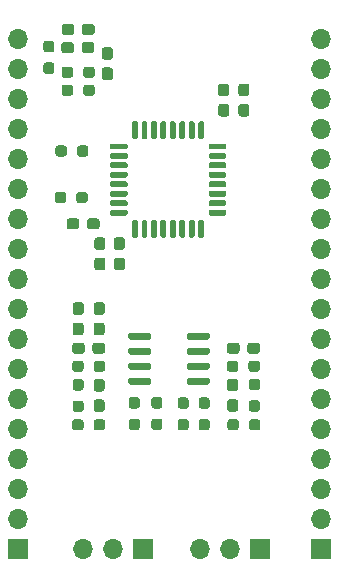
<source format=gbr>
%TF.GenerationSoftware,KiCad,Pcbnew,5.1.8*%
%TF.CreationDate,2020-12-03T14:21:02+03:00*%
%TF.ProjectId,pss_mcu_pcb,7073735f-6d63-4755-9f70-63622e6b6963,rev?*%
%TF.SameCoordinates,Original*%
%TF.FileFunction,Soldermask,Bot*%
%TF.FilePolarity,Negative*%
%FSLAX46Y46*%
G04 Gerber Fmt 4.6, Leading zero omitted, Abs format (unit mm)*
G04 Created by KiCad (PCBNEW 5.1.8) date 2020-12-03 14:21:02*
%MOMM*%
%LPD*%
G01*
G04 APERTURE LIST*
%ADD10O,1.700000X1.700000*%
%ADD11R,1.700000X1.700000*%
G04 APERTURE END LIST*
%TO.C,U3*%
G36*
G01*
X162913000Y-78101000D02*
X162913000Y-78351000D01*
G75*
G02*
X162788000Y-78476000I-125000J0D01*
G01*
X161538000Y-78476000D01*
G75*
G02*
X161413000Y-78351000I0J125000D01*
G01*
X161413000Y-78101000D01*
G75*
G02*
X161538000Y-77976000I125000J0D01*
G01*
X162788000Y-77976000D01*
G75*
G02*
X162913000Y-78101000I0J-125000D01*
G01*
G37*
G36*
G01*
X162913000Y-78901000D02*
X162913000Y-79151000D01*
G75*
G02*
X162788000Y-79276000I-125000J0D01*
G01*
X161538000Y-79276000D01*
G75*
G02*
X161413000Y-79151000I0J125000D01*
G01*
X161413000Y-78901000D01*
G75*
G02*
X161538000Y-78776000I125000J0D01*
G01*
X162788000Y-78776000D01*
G75*
G02*
X162913000Y-78901000I0J-125000D01*
G01*
G37*
G36*
G01*
X162913000Y-79701000D02*
X162913000Y-79951000D01*
G75*
G02*
X162788000Y-80076000I-125000J0D01*
G01*
X161538000Y-80076000D01*
G75*
G02*
X161413000Y-79951000I0J125000D01*
G01*
X161413000Y-79701000D01*
G75*
G02*
X161538000Y-79576000I125000J0D01*
G01*
X162788000Y-79576000D01*
G75*
G02*
X162913000Y-79701000I0J-125000D01*
G01*
G37*
G36*
G01*
X162913000Y-80501000D02*
X162913000Y-80751000D01*
G75*
G02*
X162788000Y-80876000I-125000J0D01*
G01*
X161538000Y-80876000D01*
G75*
G02*
X161413000Y-80751000I0J125000D01*
G01*
X161413000Y-80501000D01*
G75*
G02*
X161538000Y-80376000I125000J0D01*
G01*
X162788000Y-80376000D01*
G75*
G02*
X162913000Y-80501000I0J-125000D01*
G01*
G37*
G36*
G01*
X162913000Y-81301000D02*
X162913000Y-81551000D01*
G75*
G02*
X162788000Y-81676000I-125000J0D01*
G01*
X161538000Y-81676000D01*
G75*
G02*
X161413000Y-81551000I0J125000D01*
G01*
X161413000Y-81301000D01*
G75*
G02*
X161538000Y-81176000I125000J0D01*
G01*
X162788000Y-81176000D01*
G75*
G02*
X162913000Y-81301000I0J-125000D01*
G01*
G37*
G36*
G01*
X162913000Y-82101000D02*
X162913000Y-82351000D01*
G75*
G02*
X162788000Y-82476000I-125000J0D01*
G01*
X161538000Y-82476000D01*
G75*
G02*
X161413000Y-82351000I0J125000D01*
G01*
X161413000Y-82101000D01*
G75*
G02*
X161538000Y-81976000I125000J0D01*
G01*
X162788000Y-81976000D01*
G75*
G02*
X162913000Y-82101000I0J-125000D01*
G01*
G37*
G36*
G01*
X162913000Y-82901000D02*
X162913000Y-83151000D01*
G75*
G02*
X162788000Y-83276000I-125000J0D01*
G01*
X161538000Y-83276000D01*
G75*
G02*
X161413000Y-83151000I0J125000D01*
G01*
X161413000Y-82901000D01*
G75*
G02*
X161538000Y-82776000I125000J0D01*
G01*
X162788000Y-82776000D01*
G75*
G02*
X162913000Y-82901000I0J-125000D01*
G01*
G37*
G36*
G01*
X162913000Y-83701000D02*
X162913000Y-83951000D01*
G75*
G02*
X162788000Y-84076000I-125000J0D01*
G01*
X161538000Y-84076000D01*
G75*
G02*
X161413000Y-83951000I0J125000D01*
G01*
X161413000Y-83701000D01*
G75*
G02*
X161538000Y-83576000I125000J0D01*
G01*
X162788000Y-83576000D01*
G75*
G02*
X162913000Y-83701000I0J-125000D01*
G01*
G37*
G36*
G01*
X161038000Y-84576000D02*
X161038000Y-85826000D01*
G75*
G02*
X160913000Y-85951000I-125000J0D01*
G01*
X160663000Y-85951000D01*
G75*
G02*
X160538000Y-85826000I0J125000D01*
G01*
X160538000Y-84576000D01*
G75*
G02*
X160663000Y-84451000I125000J0D01*
G01*
X160913000Y-84451000D01*
G75*
G02*
X161038000Y-84576000I0J-125000D01*
G01*
G37*
G36*
G01*
X160238000Y-84576000D02*
X160238000Y-85826000D01*
G75*
G02*
X160113000Y-85951000I-125000J0D01*
G01*
X159863000Y-85951000D01*
G75*
G02*
X159738000Y-85826000I0J125000D01*
G01*
X159738000Y-84576000D01*
G75*
G02*
X159863000Y-84451000I125000J0D01*
G01*
X160113000Y-84451000D01*
G75*
G02*
X160238000Y-84576000I0J-125000D01*
G01*
G37*
G36*
G01*
X159438000Y-84576000D02*
X159438000Y-85826000D01*
G75*
G02*
X159313000Y-85951000I-125000J0D01*
G01*
X159063000Y-85951000D01*
G75*
G02*
X158938000Y-85826000I0J125000D01*
G01*
X158938000Y-84576000D01*
G75*
G02*
X159063000Y-84451000I125000J0D01*
G01*
X159313000Y-84451000D01*
G75*
G02*
X159438000Y-84576000I0J-125000D01*
G01*
G37*
G36*
G01*
X158638000Y-84576000D02*
X158638000Y-85826000D01*
G75*
G02*
X158513000Y-85951000I-125000J0D01*
G01*
X158263000Y-85951000D01*
G75*
G02*
X158138000Y-85826000I0J125000D01*
G01*
X158138000Y-84576000D01*
G75*
G02*
X158263000Y-84451000I125000J0D01*
G01*
X158513000Y-84451000D01*
G75*
G02*
X158638000Y-84576000I0J-125000D01*
G01*
G37*
G36*
G01*
X157838000Y-84576000D02*
X157838000Y-85826000D01*
G75*
G02*
X157713000Y-85951000I-125000J0D01*
G01*
X157463000Y-85951000D01*
G75*
G02*
X157338000Y-85826000I0J125000D01*
G01*
X157338000Y-84576000D01*
G75*
G02*
X157463000Y-84451000I125000J0D01*
G01*
X157713000Y-84451000D01*
G75*
G02*
X157838000Y-84576000I0J-125000D01*
G01*
G37*
G36*
G01*
X157038000Y-84576000D02*
X157038000Y-85826000D01*
G75*
G02*
X156913000Y-85951000I-125000J0D01*
G01*
X156663000Y-85951000D01*
G75*
G02*
X156538000Y-85826000I0J125000D01*
G01*
X156538000Y-84576000D01*
G75*
G02*
X156663000Y-84451000I125000J0D01*
G01*
X156913000Y-84451000D01*
G75*
G02*
X157038000Y-84576000I0J-125000D01*
G01*
G37*
G36*
G01*
X156238000Y-84576000D02*
X156238000Y-85826000D01*
G75*
G02*
X156113000Y-85951000I-125000J0D01*
G01*
X155863000Y-85951000D01*
G75*
G02*
X155738000Y-85826000I0J125000D01*
G01*
X155738000Y-84576000D01*
G75*
G02*
X155863000Y-84451000I125000J0D01*
G01*
X156113000Y-84451000D01*
G75*
G02*
X156238000Y-84576000I0J-125000D01*
G01*
G37*
G36*
G01*
X155438000Y-84576000D02*
X155438000Y-85826000D01*
G75*
G02*
X155313000Y-85951000I-125000J0D01*
G01*
X155063000Y-85951000D01*
G75*
G02*
X154938000Y-85826000I0J125000D01*
G01*
X154938000Y-84576000D01*
G75*
G02*
X155063000Y-84451000I125000J0D01*
G01*
X155313000Y-84451000D01*
G75*
G02*
X155438000Y-84576000I0J-125000D01*
G01*
G37*
G36*
G01*
X154563000Y-83701000D02*
X154563000Y-83951000D01*
G75*
G02*
X154438000Y-84076000I-125000J0D01*
G01*
X153188000Y-84076000D01*
G75*
G02*
X153063000Y-83951000I0J125000D01*
G01*
X153063000Y-83701000D01*
G75*
G02*
X153188000Y-83576000I125000J0D01*
G01*
X154438000Y-83576000D01*
G75*
G02*
X154563000Y-83701000I0J-125000D01*
G01*
G37*
G36*
G01*
X154563000Y-82901000D02*
X154563000Y-83151000D01*
G75*
G02*
X154438000Y-83276000I-125000J0D01*
G01*
X153188000Y-83276000D01*
G75*
G02*
X153063000Y-83151000I0J125000D01*
G01*
X153063000Y-82901000D01*
G75*
G02*
X153188000Y-82776000I125000J0D01*
G01*
X154438000Y-82776000D01*
G75*
G02*
X154563000Y-82901000I0J-125000D01*
G01*
G37*
G36*
G01*
X154563000Y-82101000D02*
X154563000Y-82351000D01*
G75*
G02*
X154438000Y-82476000I-125000J0D01*
G01*
X153188000Y-82476000D01*
G75*
G02*
X153063000Y-82351000I0J125000D01*
G01*
X153063000Y-82101000D01*
G75*
G02*
X153188000Y-81976000I125000J0D01*
G01*
X154438000Y-81976000D01*
G75*
G02*
X154563000Y-82101000I0J-125000D01*
G01*
G37*
G36*
G01*
X154563000Y-81301000D02*
X154563000Y-81551000D01*
G75*
G02*
X154438000Y-81676000I-125000J0D01*
G01*
X153188000Y-81676000D01*
G75*
G02*
X153063000Y-81551000I0J125000D01*
G01*
X153063000Y-81301000D01*
G75*
G02*
X153188000Y-81176000I125000J0D01*
G01*
X154438000Y-81176000D01*
G75*
G02*
X154563000Y-81301000I0J-125000D01*
G01*
G37*
G36*
G01*
X154563000Y-80501000D02*
X154563000Y-80751000D01*
G75*
G02*
X154438000Y-80876000I-125000J0D01*
G01*
X153188000Y-80876000D01*
G75*
G02*
X153063000Y-80751000I0J125000D01*
G01*
X153063000Y-80501000D01*
G75*
G02*
X153188000Y-80376000I125000J0D01*
G01*
X154438000Y-80376000D01*
G75*
G02*
X154563000Y-80501000I0J-125000D01*
G01*
G37*
G36*
G01*
X154563000Y-79701000D02*
X154563000Y-79951000D01*
G75*
G02*
X154438000Y-80076000I-125000J0D01*
G01*
X153188000Y-80076000D01*
G75*
G02*
X153063000Y-79951000I0J125000D01*
G01*
X153063000Y-79701000D01*
G75*
G02*
X153188000Y-79576000I125000J0D01*
G01*
X154438000Y-79576000D01*
G75*
G02*
X154563000Y-79701000I0J-125000D01*
G01*
G37*
G36*
G01*
X154563000Y-78901000D02*
X154563000Y-79151000D01*
G75*
G02*
X154438000Y-79276000I-125000J0D01*
G01*
X153188000Y-79276000D01*
G75*
G02*
X153063000Y-79151000I0J125000D01*
G01*
X153063000Y-78901000D01*
G75*
G02*
X153188000Y-78776000I125000J0D01*
G01*
X154438000Y-78776000D01*
G75*
G02*
X154563000Y-78901000I0J-125000D01*
G01*
G37*
G36*
G01*
X154563000Y-78101000D02*
X154563000Y-78351000D01*
G75*
G02*
X154438000Y-78476000I-125000J0D01*
G01*
X153188000Y-78476000D01*
G75*
G02*
X153063000Y-78351000I0J125000D01*
G01*
X153063000Y-78101000D01*
G75*
G02*
X153188000Y-77976000I125000J0D01*
G01*
X154438000Y-77976000D01*
G75*
G02*
X154563000Y-78101000I0J-125000D01*
G01*
G37*
G36*
G01*
X155438000Y-76226000D02*
X155438000Y-77476000D01*
G75*
G02*
X155313000Y-77601000I-125000J0D01*
G01*
X155063000Y-77601000D01*
G75*
G02*
X154938000Y-77476000I0J125000D01*
G01*
X154938000Y-76226000D01*
G75*
G02*
X155063000Y-76101000I125000J0D01*
G01*
X155313000Y-76101000D01*
G75*
G02*
X155438000Y-76226000I0J-125000D01*
G01*
G37*
G36*
G01*
X156238000Y-76226000D02*
X156238000Y-77476000D01*
G75*
G02*
X156113000Y-77601000I-125000J0D01*
G01*
X155863000Y-77601000D01*
G75*
G02*
X155738000Y-77476000I0J125000D01*
G01*
X155738000Y-76226000D01*
G75*
G02*
X155863000Y-76101000I125000J0D01*
G01*
X156113000Y-76101000D01*
G75*
G02*
X156238000Y-76226000I0J-125000D01*
G01*
G37*
G36*
G01*
X157038000Y-76226000D02*
X157038000Y-77476000D01*
G75*
G02*
X156913000Y-77601000I-125000J0D01*
G01*
X156663000Y-77601000D01*
G75*
G02*
X156538000Y-77476000I0J125000D01*
G01*
X156538000Y-76226000D01*
G75*
G02*
X156663000Y-76101000I125000J0D01*
G01*
X156913000Y-76101000D01*
G75*
G02*
X157038000Y-76226000I0J-125000D01*
G01*
G37*
G36*
G01*
X157838000Y-76226000D02*
X157838000Y-77476000D01*
G75*
G02*
X157713000Y-77601000I-125000J0D01*
G01*
X157463000Y-77601000D01*
G75*
G02*
X157338000Y-77476000I0J125000D01*
G01*
X157338000Y-76226000D01*
G75*
G02*
X157463000Y-76101000I125000J0D01*
G01*
X157713000Y-76101000D01*
G75*
G02*
X157838000Y-76226000I0J-125000D01*
G01*
G37*
G36*
G01*
X158638000Y-76226000D02*
X158638000Y-77476000D01*
G75*
G02*
X158513000Y-77601000I-125000J0D01*
G01*
X158263000Y-77601000D01*
G75*
G02*
X158138000Y-77476000I0J125000D01*
G01*
X158138000Y-76226000D01*
G75*
G02*
X158263000Y-76101000I125000J0D01*
G01*
X158513000Y-76101000D01*
G75*
G02*
X158638000Y-76226000I0J-125000D01*
G01*
G37*
G36*
G01*
X159438000Y-76226000D02*
X159438000Y-77476000D01*
G75*
G02*
X159313000Y-77601000I-125000J0D01*
G01*
X159063000Y-77601000D01*
G75*
G02*
X158938000Y-77476000I0J125000D01*
G01*
X158938000Y-76226000D01*
G75*
G02*
X159063000Y-76101000I125000J0D01*
G01*
X159313000Y-76101000D01*
G75*
G02*
X159438000Y-76226000I0J-125000D01*
G01*
G37*
G36*
G01*
X160238000Y-76226000D02*
X160238000Y-77476000D01*
G75*
G02*
X160113000Y-77601000I-125000J0D01*
G01*
X159863000Y-77601000D01*
G75*
G02*
X159738000Y-77476000I0J125000D01*
G01*
X159738000Y-76226000D01*
G75*
G02*
X159863000Y-76101000I125000J0D01*
G01*
X160113000Y-76101000D01*
G75*
G02*
X160238000Y-76226000I0J-125000D01*
G01*
G37*
G36*
G01*
X161038000Y-76226000D02*
X161038000Y-77476000D01*
G75*
G02*
X160913000Y-77601000I-125000J0D01*
G01*
X160663000Y-77601000D01*
G75*
G02*
X160538000Y-77476000I0J125000D01*
G01*
X160538000Y-76226000D01*
G75*
G02*
X160663000Y-76101000I125000J0D01*
G01*
X160913000Y-76101000D01*
G75*
G02*
X161038000Y-76226000I0J-125000D01*
G01*
G37*
%TD*%
D10*
%TO.C,J3*%
X170942000Y-69088000D03*
X170942000Y-71628000D03*
X170942000Y-74168000D03*
X170942000Y-76708000D03*
X170942000Y-79248000D03*
X170942000Y-81788000D03*
X170942000Y-84328000D03*
X170942000Y-86868000D03*
X170942000Y-89408000D03*
X170942000Y-91948000D03*
X170942000Y-94488000D03*
X170942000Y-97028000D03*
X170942000Y-99568000D03*
X170942000Y-102108000D03*
X170942000Y-104648000D03*
X170942000Y-107188000D03*
X170942000Y-109728000D03*
D11*
X170942000Y-112268000D03*
%TD*%
%TO.C,C2*%
G36*
G01*
X162924500Y-75695000D02*
X162449500Y-75695000D01*
G75*
G02*
X162212000Y-75457500I0J237500D01*
G01*
X162212000Y-74857500D01*
G75*
G02*
X162449500Y-74620000I237500J0D01*
G01*
X162924500Y-74620000D01*
G75*
G02*
X163162000Y-74857500I0J-237500D01*
G01*
X163162000Y-75457500D01*
G75*
G02*
X162924500Y-75695000I-237500J0D01*
G01*
G37*
G36*
G01*
X162924500Y-73970000D02*
X162449500Y-73970000D01*
G75*
G02*
X162212000Y-73732500I0J237500D01*
G01*
X162212000Y-73132500D01*
G75*
G02*
X162449500Y-72895000I237500J0D01*
G01*
X162924500Y-72895000D01*
G75*
G02*
X163162000Y-73132500I0J-237500D01*
G01*
X163162000Y-73732500D01*
G75*
G02*
X162924500Y-73970000I-237500J0D01*
G01*
G37*
%TD*%
%TO.C,C3*%
G36*
G01*
X148968000Y-68563500D02*
X148968000Y-68088500D01*
G75*
G02*
X149205500Y-67851000I237500J0D01*
G01*
X149805500Y-67851000D01*
G75*
G02*
X150043000Y-68088500I0J-237500D01*
G01*
X150043000Y-68563500D01*
G75*
G02*
X149805500Y-68801000I-237500J0D01*
G01*
X149205500Y-68801000D01*
G75*
G02*
X148968000Y-68563500I0J237500D01*
G01*
G37*
G36*
G01*
X150693000Y-68563500D02*
X150693000Y-68088500D01*
G75*
G02*
X150930500Y-67851000I237500J0D01*
G01*
X151530500Y-67851000D01*
G75*
G02*
X151768000Y-68088500I0J-237500D01*
G01*
X151768000Y-68563500D01*
G75*
G02*
X151530500Y-68801000I-237500J0D01*
G01*
X150930500Y-68801000D01*
G75*
G02*
X150693000Y-68563500I0J237500D01*
G01*
G37*
%TD*%
%TO.C,C4*%
G36*
G01*
X164639000Y-73970000D02*
X164164000Y-73970000D01*
G75*
G02*
X163926500Y-73732500I0J237500D01*
G01*
X163926500Y-73132500D01*
G75*
G02*
X164164000Y-72895000I237500J0D01*
G01*
X164639000Y-72895000D01*
G75*
G02*
X164876500Y-73132500I0J-237500D01*
G01*
X164876500Y-73732500D01*
G75*
G02*
X164639000Y-73970000I-237500J0D01*
G01*
G37*
G36*
G01*
X164639000Y-75695000D02*
X164164000Y-75695000D01*
G75*
G02*
X163926500Y-75457500I0J237500D01*
G01*
X163926500Y-74857500D01*
G75*
G02*
X164164000Y-74620000I237500J0D01*
G01*
X164639000Y-74620000D01*
G75*
G02*
X164876500Y-74857500I0J-237500D01*
G01*
X164876500Y-75457500D01*
G75*
G02*
X164639000Y-75695000I-237500J0D01*
G01*
G37*
%TD*%
%TO.C,C5*%
G36*
G01*
X148941500Y-70087500D02*
X148941500Y-69612500D01*
G75*
G02*
X149179000Y-69375000I237500J0D01*
G01*
X149779000Y-69375000D01*
G75*
G02*
X150016500Y-69612500I0J-237500D01*
G01*
X150016500Y-70087500D01*
G75*
G02*
X149779000Y-70325000I-237500J0D01*
G01*
X149179000Y-70325000D01*
G75*
G02*
X148941500Y-70087500I0J237500D01*
G01*
G37*
G36*
G01*
X150666500Y-70087500D02*
X150666500Y-69612500D01*
G75*
G02*
X150904000Y-69375000I237500J0D01*
G01*
X151504000Y-69375000D01*
G75*
G02*
X151741500Y-69612500I0J-237500D01*
G01*
X151741500Y-70087500D01*
G75*
G02*
X151504000Y-70325000I-237500J0D01*
G01*
X150904000Y-70325000D01*
G75*
G02*
X150666500Y-70087500I0J237500D01*
G01*
G37*
%TD*%
%TO.C,C7*%
G36*
G01*
X152383500Y-92485500D02*
X151908500Y-92485500D01*
G75*
G02*
X151671000Y-92248000I0J237500D01*
G01*
X151671000Y-91648000D01*
G75*
G02*
X151908500Y-91410500I237500J0D01*
G01*
X152383500Y-91410500D01*
G75*
G02*
X152621000Y-91648000I0J-237500D01*
G01*
X152621000Y-92248000D01*
G75*
G02*
X152383500Y-92485500I-237500J0D01*
G01*
G37*
G36*
G01*
X152383500Y-94210500D02*
X151908500Y-94210500D01*
G75*
G02*
X151671000Y-93973000I0J237500D01*
G01*
X151671000Y-93373000D01*
G75*
G02*
X151908500Y-93135500I237500J0D01*
G01*
X152383500Y-93135500D01*
G75*
G02*
X152621000Y-93373000I0J-237500D01*
G01*
X152621000Y-93973000D01*
G75*
G02*
X152383500Y-94210500I-237500J0D01*
G01*
G37*
%TD*%
%TO.C,C9*%
G36*
G01*
X151972000Y-87637500D02*
X152447000Y-87637500D01*
G75*
G02*
X152684500Y-87875000I0J-237500D01*
G01*
X152684500Y-88475000D01*
G75*
G02*
X152447000Y-88712500I-237500J0D01*
G01*
X151972000Y-88712500D01*
G75*
G02*
X151734500Y-88475000I0J237500D01*
G01*
X151734500Y-87875000D01*
G75*
G02*
X151972000Y-87637500I237500J0D01*
G01*
G37*
G36*
G01*
X151972000Y-85912500D02*
X152447000Y-85912500D01*
G75*
G02*
X152684500Y-86150000I0J-237500D01*
G01*
X152684500Y-86750000D01*
G75*
G02*
X152447000Y-86987500I-237500J0D01*
G01*
X151972000Y-86987500D01*
G75*
G02*
X151734500Y-86750000I0J237500D01*
G01*
X151734500Y-86150000D01*
G75*
G02*
X151972000Y-85912500I237500J0D01*
G01*
G37*
%TD*%
%TO.C,C10*%
G36*
G01*
X163686500Y-100687500D02*
X163211500Y-100687500D01*
G75*
G02*
X162974000Y-100450000I0J237500D01*
G01*
X162974000Y-99850000D01*
G75*
G02*
X163211500Y-99612500I237500J0D01*
G01*
X163686500Y-99612500D01*
G75*
G02*
X163924000Y-99850000I0J-237500D01*
G01*
X163924000Y-100450000D01*
G75*
G02*
X163686500Y-100687500I-237500J0D01*
G01*
G37*
G36*
G01*
X163686500Y-98962500D02*
X163211500Y-98962500D01*
G75*
G02*
X162974000Y-98725000I0J237500D01*
G01*
X162974000Y-98125000D01*
G75*
G02*
X163211500Y-97887500I237500J0D01*
G01*
X163686500Y-97887500D01*
G75*
G02*
X163924000Y-98125000I0J-237500D01*
G01*
X163924000Y-98725000D01*
G75*
G02*
X163686500Y-98962500I-237500J0D01*
G01*
G37*
%TD*%
%TO.C,C11*%
G36*
G01*
X152383500Y-98989000D02*
X151908500Y-98989000D01*
G75*
G02*
X151671000Y-98751500I0J237500D01*
G01*
X151671000Y-98151500D01*
G75*
G02*
X151908500Y-97914000I237500J0D01*
G01*
X152383500Y-97914000D01*
G75*
G02*
X152621000Y-98151500I0J-237500D01*
G01*
X152621000Y-98751500D01*
G75*
G02*
X152383500Y-98989000I-237500J0D01*
G01*
G37*
G36*
G01*
X152383500Y-100714000D02*
X151908500Y-100714000D01*
G75*
G02*
X151671000Y-100476500I0J237500D01*
G01*
X151671000Y-99876500D01*
G75*
G02*
X151908500Y-99639000I237500J0D01*
G01*
X152383500Y-99639000D01*
G75*
G02*
X152621000Y-99876500I0J-237500D01*
G01*
X152621000Y-100476500D01*
G75*
G02*
X152383500Y-100714000I-237500J0D01*
G01*
G37*
%TD*%
%TO.C,C12*%
G36*
G01*
X150461000Y-84535000D02*
X150461000Y-85010000D01*
G75*
G02*
X150223500Y-85247500I-237500J0D01*
G01*
X149623500Y-85247500D01*
G75*
G02*
X149386000Y-85010000I0J237500D01*
G01*
X149386000Y-84535000D01*
G75*
G02*
X149623500Y-84297500I237500J0D01*
G01*
X150223500Y-84297500D01*
G75*
G02*
X150461000Y-84535000I0J-237500D01*
G01*
G37*
G36*
G01*
X152186000Y-84535000D02*
X152186000Y-85010000D01*
G75*
G02*
X151948500Y-85247500I-237500J0D01*
G01*
X151348500Y-85247500D01*
G75*
G02*
X151111000Y-85010000I0J237500D01*
G01*
X151111000Y-84535000D01*
G75*
G02*
X151348500Y-84297500I237500J0D01*
G01*
X151948500Y-84297500D01*
G75*
G02*
X152186000Y-84535000I0J-237500D01*
G01*
G37*
%TD*%
%TO.C,C13*%
G36*
G01*
X150605500Y-92485500D02*
X150130500Y-92485500D01*
G75*
G02*
X149893000Y-92248000I0J237500D01*
G01*
X149893000Y-91648000D01*
G75*
G02*
X150130500Y-91410500I237500J0D01*
G01*
X150605500Y-91410500D01*
G75*
G02*
X150843000Y-91648000I0J-237500D01*
G01*
X150843000Y-92248000D01*
G75*
G02*
X150605500Y-92485500I-237500J0D01*
G01*
G37*
G36*
G01*
X150605500Y-94210500D02*
X150130500Y-94210500D01*
G75*
G02*
X149893000Y-93973000I0J237500D01*
G01*
X149893000Y-93373000D01*
G75*
G02*
X150130500Y-93135500I237500J0D01*
G01*
X150605500Y-93135500D01*
G75*
G02*
X150843000Y-93373000I0J-237500D01*
G01*
X150843000Y-93973000D01*
G75*
G02*
X150605500Y-94210500I-237500J0D01*
G01*
G37*
%TD*%
%TO.C,C14*%
G36*
G01*
X153623000Y-85912500D02*
X154098000Y-85912500D01*
G75*
G02*
X154335500Y-86150000I0J-237500D01*
G01*
X154335500Y-86750000D01*
G75*
G02*
X154098000Y-86987500I-237500J0D01*
G01*
X153623000Y-86987500D01*
G75*
G02*
X153385500Y-86750000I0J237500D01*
G01*
X153385500Y-86150000D01*
G75*
G02*
X153623000Y-85912500I237500J0D01*
G01*
G37*
G36*
G01*
X153623000Y-87637500D02*
X154098000Y-87637500D01*
G75*
G02*
X154335500Y-87875000I0J-237500D01*
G01*
X154335500Y-88475000D01*
G75*
G02*
X154098000Y-88712500I-237500J0D01*
G01*
X153623000Y-88712500D01*
G75*
G02*
X153385500Y-88475000I0J237500D01*
G01*
X153385500Y-87875000D01*
G75*
G02*
X153623000Y-87637500I237500J0D01*
G01*
G37*
%TD*%
%TO.C,C15*%
G36*
G01*
X164039500Y-95076000D02*
X164039500Y-95551000D01*
G75*
G02*
X163802000Y-95788500I-237500J0D01*
G01*
X163202000Y-95788500D01*
G75*
G02*
X162964500Y-95551000I0J237500D01*
G01*
X162964500Y-95076000D01*
G75*
G02*
X163202000Y-94838500I237500J0D01*
G01*
X163802000Y-94838500D01*
G75*
G02*
X164039500Y-95076000I0J-237500D01*
G01*
G37*
G36*
G01*
X165764500Y-95076000D02*
X165764500Y-95551000D01*
G75*
G02*
X165527000Y-95788500I-237500J0D01*
G01*
X164927000Y-95788500D01*
G75*
G02*
X164689500Y-95551000I0J237500D01*
G01*
X164689500Y-95076000D01*
G75*
G02*
X164927000Y-94838500I237500J0D01*
G01*
X165527000Y-94838500D01*
G75*
G02*
X165764500Y-95076000I0J-237500D01*
G01*
G37*
%TD*%
%TO.C,C16*%
G36*
G01*
X152657000Y-95076000D02*
X152657000Y-95551000D01*
G75*
G02*
X152419500Y-95788500I-237500J0D01*
G01*
X151819500Y-95788500D01*
G75*
G02*
X151582000Y-95551000I0J237500D01*
G01*
X151582000Y-95076000D01*
G75*
G02*
X151819500Y-94838500I237500J0D01*
G01*
X152419500Y-94838500D01*
G75*
G02*
X152657000Y-95076000I0J-237500D01*
G01*
G37*
G36*
G01*
X150932000Y-95076000D02*
X150932000Y-95551000D01*
G75*
G02*
X150694500Y-95788500I-237500J0D01*
G01*
X150094500Y-95788500D01*
G75*
G02*
X149857000Y-95551000I0J237500D01*
G01*
X149857000Y-95076000D01*
G75*
G02*
X150094500Y-94838500I237500J0D01*
G01*
X150694500Y-94838500D01*
G75*
G02*
X150932000Y-95076000I0J-237500D01*
G01*
G37*
%TD*%
%TO.C,C17*%
G36*
G01*
X153082000Y-72610000D02*
X152607000Y-72610000D01*
G75*
G02*
X152369500Y-72372500I0J237500D01*
G01*
X152369500Y-71772500D01*
G75*
G02*
X152607000Y-71535000I237500J0D01*
G01*
X153082000Y-71535000D01*
G75*
G02*
X153319500Y-71772500I0J-237500D01*
G01*
X153319500Y-72372500D01*
G75*
G02*
X153082000Y-72610000I-237500J0D01*
G01*
G37*
G36*
G01*
X153082000Y-70885000D02*
X152607000Y-70885000D01*
G75*
G02*
X152369500Y-70647500I0J237500D01*
G01*
X152369500Y-70047500D01*
G75*
G02*
X152607000Y-69810000I237500J0D01*
G01*
X153082000Y-69810000D01*
G75*
G02*
X153319500Y-70047500I0J-237500D01*
G01*
X153319500Y-70647500D01*
G75*
G02*
X153082000Y-70885000I-237500J0D01*
G01*
G37*
%TD*%
D10*
%TO.C,J1*%
X150812500Y-112331500D03*
X153352500Y-112331500D03*
D11*
X155892500Y-112331500D03*
%TD*%
%TO.C,J2*%
X165798500Y-112331500D03*
D10*
X163258500Y-112331500D03*
X160718500Y-112331500D03*
%TD*%
D11*
%TO.C,J4*%
X145288000Y-112268000D03*
D10*
X145288000Y-109728000D03*
X145288000Y-107188000D03*
X145288000Y-104648000D03*
X145288000Y-102108000D03*
X145288000Y-99568000D03*
X145288000Y-97028000D03*
X145288000Y-94488000D03*
X145288000Y-91948000D03*
X145288000Y-89408000D03*
X145288000Y-86868000D03*
X145288000Y-84328000D03*
X145288000Y-81788000D03*
X145288000Y-79248000D03*
X145288000Y-76708000D03*
X145288000Y-74168000D03*
X145288000Y-71628000D03*
X145288000Y-69088000D03*
%TD*%
%TO.C,R1*%
G36*
G01*
X159495500Y-102261500D02*
X159020500Y-102261500D01*
G75*
G02*
X158783000Y-102024000I0J237500D01*
G01*
X158783000Y-101524000D01*
G75*
G02*
X159020500Y-101286500I237500J0D01*
G01*
X159495500Y-101286500D01*
G75*
G02*
X159733000Y-101524000I0J-237500D01*
G01*
X159733000Y-102024000D01*
G75*
G02*
X159495500Y-102261500I-237500J0D01*
G01*
G37*
G36*
G01*
X159495500Y-100436500D02*
X159020500Y-100436500D01*
G75*
G02*
X158783000Y-100199000I0J237500D01*
G01*
X158783000Y-99699000D01*
G75*
G02*
X159020500Y-99461500I237500J0D01*
G01*
X159495500Y-99461500D01*
G75*
G02*
X159733000Y-99699000I0J-237500D01*
G01*
X159733000Y-100199000D01*
G75*
G02*
X159495500Y-100436500I-237500J0D01*
G01*
G37*
%TD*%
%TO.C,R2*%
G36*
G01*
X157273000Y-102238000D02*
X156798000Y-102238000D01*
G75*
G02*
X156560500Y-102000500I0J237500D01*
G01*
X156560500Y-101500500D01*
G75*
G02*
X156798000Y-101263000I237500J0D01*
G01*
X157273000Y-101263000D01*
G75*
G02*
X157510500Y-101500500I0J-237500D01*
G01*
X157510500Y-102000500D01*
G75*
G02*
X157273000Y-102238000I-237500J0D01*
G01*
G37*
G36*
G01*
X157273000Y-100413000D02*
X156798000Y-100413000D01*
G75*
G02*
X156560500Y-100175500I0J237500D01*
G01*
X156560500Y-99675500D01*
G75*
G02*
X156798000Y-99438000I237500J0D01*
G01*
X157273000Y-99438000D01*
G75*
G02*
X157510500Y-99675500I0J-237500D01*
G01*
X157510500Y-100175500D01*
G75*
G02*
X157273000Y-100413000I-237500J0D01*
G01*
G37*
%TD*%
%TO.C,R3*%
G36*
G01*
X160798500Y-101286500D02*
X161273500Y-101286500D01*
G75*
G02*
X161511000Y-101524000I0J-237500D01*
G01*
X161511000Y-102024000D01*
G75*
G02*
X161273500Y-102261500I-237500J0D01*
G01*
X160798500Y-102261500D01*
G75*
G02*
X160561000Y-102024000I0J237500D01*
G01*
X160561000Y-101524000D01*
G75*
G02*
X160798500Y-101286500I237500J0D01*
G01*
G37*
G36*
G01*
X160798500Y-99461500D02*
X161273500Y-99461500D01*
G75*
G02*
X161511000Y-99699000I0J-237500D01*
G01*
X161511000Y-100199000D01*
G75*
G02*
X161273500Y-100436500I-237500J0D01*
G01*
X160798500Y-100436500D01*
G75*
G02*
X160561000Y-100199000I0J237500D01*
G01*
X160561000Y-99699000D01*
G75*
G02*
X160798500Y-99461500I237500J0D01*
G01*
G37*
%TD*%
%TO.C,R4*%
G36*
G01*
X163976500Y-101553000D02*
X163976500Y-102028000D01*
G75*
G02*
X163739000Y-102265500I-237500J0D01*
G01*
X163239000Y-102265500D01*
G75*
G02*
X163001500Y-102028000I0J237500D01*
G01*
X163001500Y-101553000D01*
G75*
G02*
X163239000Y-101315500I237500J0D01*
G01*
X163739000Y-101315500D01*
G75*
G02*
X163976500Y-101553000I0J-237500D01*
G01*
G37*
G36*
G01*
X165801500Y-101553000D02*
X165801500Y-102028000D01*
G75*
G02*
X165564000Y-102265500I-237500J0D01*
G01*
X165064000Y-102265500D01*
G75*
G02*
X164826500Y-102028000I0J237500D01*
G01*
X164826500Y-101553000D01*
G75*
G02*
X165064000Y-101315500I237500J0D01*
G01*
X165564000Y-101315500D01*
G75*
G02*
X165801500Y-101553000I0J-237500D01*
G01*
G37*
%TD*%
%TO.C,R5*%
G36*
G01*
X154893000Y-99438000D02*
X155368000Y-99438000D01*
G75*
G02*
X155605500Y-99675500I0J-237500D01*
G01*
X155605500Y-100175500D01*
G75*
G02*
X155368000Y-100413000I-237500J0D01*
G01*
X154893000Y-100413000D01*
G75*
G02*
X154655500Y-100175500I0J237500D01*
G01*
X154655500Y-99675500D01*
G75*
G02*
X154893000Y-99438000I237500J0D01*
G01*
G37*
G36*
G01*
X154893000Y-101263000D02*
X155368000Y-101263000D01*
G75*
G02*
X155605500Y-101500500I0J-237500D01*
G01*
X155605500Y-102000500D01*
G75*
G02*
X155368000Y-102238000I-237500J0D01*
G01*
X154893000Y-102238000D01*
G75*
G02*
X154655500Y-102000500I0J237500D01*
G01*
X154655500Y-101500500D01*
G75*
G02*
X154893000Y-101263000I237500J0D01*
G01*
G37*
%TD*%
%TO.C,R6*%
G36*
G01*
X149857000Y-102028000D02*
X149857000Y-101553000D01*
G75*
G02*
X150094500Y-101315500I237500J0D01*
G01*
X150594500Y-101315500D01*
G75*
G02*
X150832000Y-101553000I0J-237500D01*
G01*
X150832000Y-102028000D01*
G75*
G02*
X150594500Y-102265500I-237500J0D01*
G01*
X150094500Y-102265500D01*
G75*
G02*
X149857000Y-102028000I0J237500D01*
G01*
G37*
G36*
G01*
X151682000Y-102028000D02*
X151682000Y-101553000D01*
G75*
G02*
X151919500Y-101315500I237500J0D01*
G01*
X152419500Y-101315500D01*
G75*
G02*
X152657000Y-101553000I0J-237500D01*
G01*
X152657000Y-102028000D01*
G75*
G02*
X152419500Y-102265500I-237500J0D01*
G01*
X151919500Y-102265500D01*
G75*
G02*
X151682000Y-102028000I0J237500D01*
G01*
G37*
%TD*%
%TO.C,R7*%
G36*
G01*
X165053000Y-97890500D02*
X165528000Y-97890500D01*
G75*
G02*
X165765500Y-98128000I0J-237500D01*
G01*
X165765500Y-98628000D01*
G75*
G02*
X165528000Y-98865500I-237500J0D01*
G01*
X165053000Y-98865500D01*
G75*
G02*
X164815500Y-98628000I0J237500D01*
G01*
X164815500Y-98128000D01*
G75*
G02*
X165053000Y-97890500I237500J0D01*
G01*
G37*
G36*
G01*
X165053000Y-99715500D02*
X165528000Y-99715500D01*
G75*
G02*
X165765500Y-99953000I0J-237500D01*
G01*
X165765500Y-100453000D01*
G75*
G02*
X165528000Y-100690500I-237500J0D01*
G01*
X165053000Y-100690500D01*
G75*
G02*
X164815500Y-100453000I0J237500D01*
G01*
X164815500Y-99953000D01*
G75*
G02*
X165053000Y-99715500I237500J0D01*
G01*
G37*
%TD*%
%TO.C,R8*%
G36*
G01*
X150130500Y-99739000D02*
X150605500Y-99739000D01*
G75*
G02*
X150843000Y-99976500I0J-237500D01*
G01*
X150843000Y-100476500D01*
G75*
G02*
X150605500Y-100714000I-237500J0D01*
G01*
X150130500Y-100714000D01*
G75*
G02*
X149893000Y-100476500I0J237500D01*
G01*
X149893000Y-99976500D01*
G75*
G02*
X150130500Y-99739000I237500J0D01*
G01*
G37*
G36*
G01*
X150130500Y-97914000D02*
X150605500Y-97914000D01*
G75*
G02*
X150843000Y-98151500I0J-237500D01*
G01*
X150843000Y-98651500D01*
G75*
G02*
X150605500Y-98889000I-237500J0D01*
G01*
X150130500Y-98889000D01*
G75*
G02*
X149893000Y-98651500I0J237500D01*
G01*
X149893000Y-98151500D01*
G75*
G02*
X150130500Y-97914000I237500J0D01*
G01*
G37*
%TD*%
%TO.C,R9*%
G36*
G01*
X163936500Y-96600000D02*
X163936500Y-97075000D01*
G75*
G02*
X163699000Y-97312500I-237500J0D01*
G01*
X163199000Y-97312500D01*
G75*
G02*
X162961500Y-97075000I0J237500D01*
G01*
X162961500Y-96600000D01*
G75*
G02*
X163199000Y-96362500I237500J0D01*
G01*
X163699000Y-96362500D01*
G75*
G02*
X163936500Y-96600000I0J-237500D01*
G01*
G37*
G36*
G01*
X165761500Y-96600000D02*
X165761500Y-97075000D01*
G75*
G02*
X165524000Y-97312500I-237500J0D01*
G01*
X165024000Y-97312500D01*
G75*
G02*
X164786500Y-97075000I0J237500D01*
G01*
X164786500Y-96600000D01*
G75*
G02*
X165024000Y-96362500I237500J0D01*
G01*
X165524000Y-96362500D01*
G75*
G02*
X165761500Y-96600000I0J-237500D01*
G01*
G37*
%TD*%
%TO.C,R10*%
G36*
G01*
X149857000Y-97075000D02*
X149857000Y-96600000D01*
G75*
G02*
X150094500Y-96362500I237500J0D01*
G01*
X150594500Y-96362500D01*
G75*
G02*
X150832000Y-96600000I0J-237500D01*
G01*
X150832000Y-97075000D01*
G75*
G02*
X150594500Y-97312500I-237500J0D01*
G01*
X150094500Y-97312500D01*
G75*
G02*
X149857000Y-97075000I0J237500D01*
G01*
G37*
G36*
G01*
X151682000Y-97075000D02*
X151682000Y-96600000D01*
G75*
G02*
X151919500Y-96362500I237500J0D01*
G01*
X152419500Y-96362500D01*
G75*
G02*
X152657000Y-96600000I0J-237500D01*
G01*
X152657000Y-97075000D01*
G75*
G02*
X152419500Y-97312500I-237500J0D01*
G01*
X151919500Y-97312500D01*
G75*
G02*
X151682000Y-97075000I0J237500D01*
G01*
G37*
%TD*%
%TO.C,R14*%
G36*
G01*
X151768000Y-71708000D02*
X151768000Y-72183000D01*
G75*
G02*
X151530500Y-72420500I-237500J0D01*
G01*
X151030500Y-72420500D01*
G75*
G02*
X150793000Y-72183000I0J237500D01*
G01*
X150793000Y-71708000D01*
G75*
G02*
X151030500Y-71470500I237500J0D01*
G01*
X151530500Y-71470500D01*
G75*
G02*
X151768000Y-71708000I0J-237500D01*
G01*
G37*
G36*
G01*
X149943000Y-71708000D02*
X149943000Y-72183000D01*
G75*
G02*
X149705500Y-72420500I-237500J0D01*
G01*
X149205500Y-72420500D01*
G75*
G02*
X148968000Y-72183000I0J237500D01*
G01*
X148968000Y-71708000D01*
G75*
G02*
X149205500Y-71470500I237500J0D01*
G01*
X149705500Y-71470500D01*
G75*
G02*
X149943000Y-71708000I0J-237500D01*
G01*
G37*
%TD*%
%TO.C,R16*%
G36*
G01*
X149943000Y-73232000D02*
X149943000Y-73707000D01*
G75*
G02*
X149705500Y-73944500I-237500J0D01*
G01*
X149205500Y-73944500D01*
G75*
G02*
X148968000Y-73707000I0J237500D01*
G01*
X148968000Y-73232000D01*
G75*
G02*
X149205500Y-72994500I237500J0D01*
G01*
X149705500Y-72994500D01*
G75*
G02*
X149943000Y-73232000I0J-237500D01*
G01*
G37*
G36*
G01*
X151768000Y-73232000D02*
X151768000Y-73707000D01*
G75*
G02*
X151530500Y-73944500I-237500J0D01*
G01*
X151030500Y-73944500D01*
G75*
G02*
X150793000Y-73707000I0J237500D01*
G01*
X150793000Y-73232000D01*
G75*
G02*
X151030500Y-72994500I237500J0D01*
G01*
X151530500Y-72994500D01*
G75*
G02*
X151768000Y-73232000I0J-237500D01*
G01*
G37*
%TD*%
%TO.C,R17*%
G36*
G01*
X147654000Y-69275500D02*
X148129000Y-69275500D01*
G75*
G02*
X148366500Y-69513000I0J-237500D01*
G01*
X148366500Y-70013000D01*
G75*
G02*
X148129000Y-70250500I-237500J0D01*
G01*
X147654000Y-70250500D01*
G75*
G02*
X147416500Y-70013000I0J237500D01*
G01*
X147416500Y-69513000D01*
G75*
G02*
X147654000Y-69275500I237500J0D01*
G01*
G37*
G36*
G01*
X147654000Y-71100500D02*
X148129000Y-71100500D01*
G75*
G02*
X148366500Y-71338000I0J-237500D01*
G01*
X148366500Y-71838000D01*
G75*
G02*
X148129000Y-72075500I-237500J0D01*
G01*
X147654000Y-72075500D01*
G75*
G02*
X147416500Y-71838000I0J237500D01*
G01*
X147416500Y-71338000D01*
G75*
G02*
X147654000Y-71100500I237500J0D01*
G01*
G37*
%TD*%
%TO.C,R19*%
G36*
G01*
X148436500Y-78850500D02*
X148436500Y-78375500D01*
G75*
G02*
X148674000Y-78138000I237500J0D01*
G01*
X149174000Y-78138000D01*
G75*
G02*
X149411500Y-78375500I0J-237500D01*
G01*
X149411500Y-78850500D01*
G75*
G02*
X149174000Y-79088000I-237500J0D01*
G01*
X148674000Y-79088000D01*
G75*
G02*
X148436500Y-78850500I0J237500D01*
G01*
G37*
G36*
G01*
X150261500Y-78850500D02*
X150261500Y-78375500D01*
G75*
G02*
X150499000Y-78138000I237500J0D01*
G01*
X150999000Y-78138000D01*
G75*
G02*
X151236500Y-78375500I0J-237500D01*
G01*
X151236500Y-78850500D01*
G75*
G02*
X150999000Y-79088000I-237500J0D01*
G01*
X150499000Y-79088000D01*
G75*
G02*
X150261500Y-78850500I0J237500D01*
G01*
G37*
%TD*%
%TO.C,R20*%
G36*
G01*
X150198000Y-82787500D02*
X150198000Y-82312500D01*
G75*
G02*
X150435500Y-82075000I237500J0D01*
G01*
X150935500Y-82075000D01*
G75*
G02*
X151173000Y-82312500I0J-237500D01*
G01*
X151173000Y-82787500D01*
G75*
G02*
X150935500Y-83025000I-237500J0D01*
G01*
X150435500Y-83025000D01*
G75*
G02*
X150198000Y-82787500I0J237500D01*
G01*
G37*
G36*
G01*
X148373000Y-82787500D02*
X148373000Y-82312500D01*
G75*
G02*
X148610500Y-82075000I237500J0D01*
G01*
X149110500Y-82075000D01*
G75*
G02*
X149348000Y-82312500I0J-237500D01*
G01*
X149348000Y-82787500D01*
G75*
G02*
X149110500Y-83025000I-237500J0D01*
G01*
X148610500Y-83025000D01*
G75*
G02*
X148373000Y-82787500I0J237500D01*
G01*
G37*
%TD*%
%TO.C,U2*%
G36*
G01*
X161501500Y-94147500D02*
X161501500Y-94447500D01*
G75*
G02*
X161351500Y-94597500I-150000J0D01*
G01*
X159701500Y-94597500D01*
G75*
G02*
X159551500Y-94447500I0J150000D01*
G01*
X159551500Y-94147500D01*
G75*
G02*
X159701500Y-93997500I150000J0D01*
G01*
X161351500Y-93997500D01*
G75*
G02*
X161501500Y-94147500I0J-150000D01*
G01*
G37*
G36*
G01*
X161501500Y-95417500D02*
X161501500Y-95717500D01*
G75*
G02*
X161351500Y-95867500I-150000J0D01*
G01*
X159701500Y-95867500D01*
G75*
G02*
X159551500Y-95717500I0J150000D01*
G01*
X159551500Y-95417500D01*
G75*
G02*
X159701500Y-95267500I150000J0D01*
G01*
X161351500Y-95267500D01*
G75*
G02*
X161501500Y-95417500I0J-150000D01*
G01*
G37*
G36*
G01*
X161501500Y-96687500D02*
X161501500Y-96987500D01*
G75*
G02*
X161351500Y-97137500I-150000J0D01*
G01*
X159701500Y-97137500D01*
G75*
G02*
X159551500Y-96987500I0J150000D01*
G01*
X159551500Y-96687500D01*
G75*
G02*
X159701500Y-96537500I150000J0D01*
G01*
X161351500Y-96537500D01*
G75*
G02*
X161501500Y-96687500I0J-150000D01*
G01*
G37*
G36*
G01*
X161501500Y-97957500D02*
X161501500Y-98257500D01*
G75*
G02*
X161351500Y-98407500I-150000J0D01*
G01*
X159701500Y-98407500D01*
G75*
G02*
X159551500Y-98257500I0J150000D01*
G01*
X159551500Y-97957500D01*
G75*
G02*
X159701500Y-97807500I150000J0D01*
G01*
X161351500Y-97807500D01*
G75*
G02*
X161501500Y-97957500I0J-150000D01*
G01*
G37*
G36*
G01*
X156551500Y-97957500D02*
X156551500Y-98257500D01*
G75*
G02*
X156401500Y-98407500I-150000J0D01*
G01*
X154751500Y-98407500D01*
G75*
G02*
X154601500Y-98257500I0J150000D01*
G01*
X154601500Y-97957500D01*
G75*
G02*
X154751500Y-97807500I150000J0D01*
G01*
X156401500Y-97807500D01*
G75*
G02*
X156551500Y-97957500I0J-150000D01*
G01*
G37*
G36*
G01*
X156551500Y-96687500D02*
X156551500Y-96987500D01*
G75*
G02*
X156401500Y-97137500I-150000J0D01*
G01*
X154751500Y-97137500D01*
G75*
G02*
X154601500Y-96987500I0J150000D01*
G01*
X154601500Y-96687500D01*
G75*
G02*
X154751500Y-96537500I150000J0D01*
G01*
X156401500Y-96537500D01*
G75*
G02*
X156551500Y-96687500I0J-150000D01*
G01*
G37*
G36*
G01*
X156551500Y-95417500D02*
X156551500Y-95717500D01*
G75*
G02*
X156401500Y-95867500I-150000J0D01*
G01*
X154751500Y-95867500D01*
G75*
G02*
X154601500Y-95717500I0J150000D01*
G01*
X154601500Y-95417500D01*
G75*
G02*
X154751500Y-95267500I150000J0D01*
G01*
X156401500Y-95267500D01*
G75*
G02*
X156551500Y-95417500I0J-150000D01*
G01*
G37*
G36*
G01*
X156551500Y-94147500D02*
X156551500Y-94447500D01*
G75*
G02*
X156401500Y-94597500I-150000J0D01*
G01*
X154751500Y-94597500D01*
G75*
G02*
X154601500Y-94447500I0J150000D01*
G01*
X154601500Y-94147500D01*
G75*
G02*
X154751500Y-93997500I150000J0D01*
G01*
X156401500Y-93997500D01*
G75*
G02*
X156551500Y-94147500I0J-150000D01*
G01*
G37*
%TD*%
M02*

</source>
